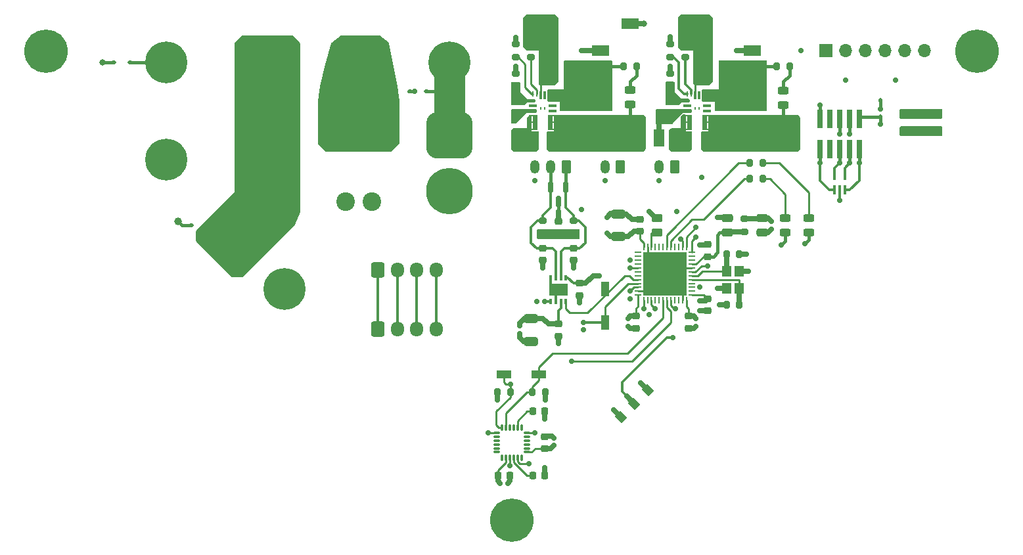
<source format=gbr>
G04 #@! TF.GenerationSoftware,KiCad,Pcbnew,8.0.1-rc2-202403101705~c0fd138706~ubuntu22.04.1*
G04 #@! TF.CreationDate,2024-03-11T22:08:15-04:00*
G04 #@! TF.ProjectId,Balance_Controller,42616c61-6e63-4655-9f43-6f6e74726f6c,rev?*
G04 #@! TF.SameCoordinates,Original*
G04 #@! TF.FileFunction,Copper,L1,Top*
G04 #@! TF.FilePolarity,Positive*
%FSLAX46Y46*%
G04 Gerber Fmt 4.6, Leading zero omitted, Abs format (unit mm)*
G04 Created by KiCad (PCBNEW 8.0.1-rc2-202403101705~c0fd138706~ubuntu22.04.1) date 2024-03-11 22:08:15*
%MOMM*%
%LPD*%
G01*
G04 APERTURE LIST*
G04 Aperture macros list*
%AMRoundRect*
0 Rectangle with rounded corners*
0 $1 Rounding radius*
0 $2 $3 $4 $5 $6 $7 $8 $9 X,Y pos of 4 corners*
0 Add a 4 corners polygon primitive as box body*
4,1,4,$2,$3,$4,$5,$6,$7,$8,$9,$2,$3,0*
0 Add four circle primitives for the rounded corners*
1,1,$1+$1,$2,$3*
1,1,$1+$1,$4,$5*
1,1,$1+$1,$6,$7*
1,1,$1+$1,$8,$9*
0 Add four rect primitives between the rounded corners*
20,1,$1+$1,$2,$3,$4,$5,0*
20,1,$1+$1,$4,$5,$6,$7,0*
20,1,$1+$1,$6,$7,$8,$9,0*
20,1,$1+$1,$8,$9,$2,$3,0*%
%AMRotRect*
0 Rectangle, with rotation*
0 The origin of the aperture is its center*
0 $1 length*
0 $2 width*
0 $3 Rotation angle, in degrees counterclockwise*
0 Add horizontal line*
21,1,$1,$2,0,0,$3*%
G04 Aperture macros list end*
G04 #@! TA.AperFunction,EtchedComponent*
%ADD10C,0.000000*%
G04 #@! TD*
G04 #@! TA.AperFunction,SMDPad,CuDef*
%ADD11RoundRect,0.200000X-0.275000X0.200000X-0.275000X-0.200000X0.275000X-0.200000X0.275000X0.200000X0*%
G04 #@! TD*
G04 #@! TA.AperFunction,SMDPad,CuDef*
%ADD12RoundRect,0.250000X0.475000X-0.250000X0.475000X0.250000X-0.475000X0.250000X-0.475000X-0.250000X0*%
G04 #@! TD*
G04 #@! TA.AperFunction,SMDPad,CuDef*
%ADD13RoundRect,0.225000X-0.225000X-0.250000X0.225000X-0.250000X0.225000X0.250000X-0.225000X0.250000X0*%
G04 #@! TD*
G04 #@! TA.AperFunction,SMDPad,CuDef*
%ADD14RoundRect,0.250000X0.450000X-0.262500X0.450000X0.262500X-0.450000X0.262500X-0.450000X-0.262500X0*%
G04 #@! TD*
G04 #@! TA.AperFunction,SMDPad,CuDef*
%ADD15RoundRect,0.250000X1.100000X-0.325000X1.100000X0.325000X-1.100000X0.325000X-1.100000X-0.325000X0*%
G04 #@! TD*
G04 #@! TA.AperFunction,ComponentPad*
%ADD16RoundRect,0.250000X-0.600000X-0.725000X0.600000X-0.725000X0.600000X0.725000X-0.600000X0.725000X0*%
G04 #@! TD*
G04 #@! TA.AperFunction,ComponentPad*
%ADD17O,1.700000X1.950000*%
G04 #@! TD*
G04 #@! TA.AperFunction,SMDPad,CuDef*
%ADD18RoundRect,0.243750X-0.456250X0.243750X-0.456250X-0.243750X0.456250X-0.243750X0.456250X0.243750X0*%
G04 #@! TD*
G04 #@! TA.AperFunction,SMDPad,CuDef*
%ADD19R,0.812800X0.254000*%
G04 #@! TD*
G04 #@! TA.AperFunction,SMDPad,CuDef*
%ADD20R,1.092200X0.304800*%
G04 #@! TD*
G04 #@! TA.AperFunction,SMDPad,CuDef*
%ADD21R,0.508000X0.254000*%
G04 #@! TD*
G04 #@! TA.AperFunction,SMDPad,CuDef*
%ADD22R,0.711200X0.254000*%
G04 #@! TD*
G04 #@! TA.AperFunction,SMDPad,CuDef*
%ADD23R,0.254000X0.711200*%
G04 #@! TD*
G04 #@! TA.AperFunction,SMDPad,CuDef*
%ADD24R,0.304800X1.092200*%
G04 #@! TD*
G04 #@! TA.AperFunction,SMDPad,CuDef*
%ADD25R,0.254000X0.406400*%
G04 #@! TD*
G04 #@! TA.AperFunction,ComponentPad*
%ADD26C,5.400000*%
G04 #@! TD*
G04 #@! TA.AperFunction,SMDPad,CuDef*
%ADD27R,2.300000X1.400000*%
G04 #@! TD*
G04 #@! TA.AperFunction,SMDPad,CuDef*
%ADD28RotRect,1.000000X1.200000X45.000000*%
G04 #@! TD*
G04 #@! TA.AperFunction,ComponentPad*
%ADD29C,5.600000*%
G04 #@! TD*
G04 #@! TA.AperFunction,SMDPad,CuDef*
%ADD30R,0.350000X0.650000*%
G04 #@! TD*
G04 #@! TA.AperFunction,SMDPad,CuDef*
%ADD31R,2.400000X1.550000*%
G04 #@! TD*
G04 #@! TA.AperFunction,ComponentPad*
%ADD32C,2.400000*%
G04 #@! TD*
G04 #@! TA.AperFunction,SMDPad,CuDef*
%ADD33RoundRect,0.225000X-0.250000X0.225000X-0.250000X-0.225000X0.250000X-0.225000X0.250000X0.225000X0*%
G04 #@! TD*
G04 #@! TA.AperFunction,SMDPad,CuDef*
%ADD34RoundRect,0.250000X-0.325000X-1.100000X0.325000X-1.100000X0.325000X1.100000X-0.325000X1.100000X0*%
G04 #@! TD*
G04 #@! TA.AperFunction,SMDPad,CuDef*
%ADD35RoundRect,0.200000X0.200000X0.275000X-0.200000X0.275000X-0.200000X-0.275000X0.200000X-0.275000X0*%
G04 #@! TD*
G04 #@! TA.AperFunction,SMDPad,CuDef*
%ADD36RoundRect,0.112500X-0.112500X0.187500X-0.112500X-0.187500X0.112500X-0.187500X0.112500X0.187500X0*%
G04 #@! TD*
G04 #@! TA.AperFunction,SMDPad,CuDef*
%ADD37RoundRect,0.200000X0.275000X-0.200000X0.275000X0.200000X-0.275000X0.200000X-0.275000X-0.200000X0*%
G04 #@! TD*
G04 #@! TA.AperFunction,SMDPad,CuDef*
%ADD38R,1.400000X2.300000*%
G04 #@! TD*
G04 #@! TA.AperFunction,SMDPad,CuDef*
%ADD39RoundRect,0.250000X-0.475000X0.250000X-0.475000X-0.250000X0.475000X-0.250000X0.475000X0.250000X0*%
G04 #@! TD*
G04 #@! TA.AperFunction,SMDPad,CuDef*
%ADD40R,1.950000X1.100000*%
G04 #@! TD*
G04 #@! TA.AperFunction,SMDPad,CuDef*
%ADD41RoundRect,0.112500X-0.187500X-0.112500X0.187500X-0.112500X0.187500X0.112500X-0.187500X0.112500X0*%
G04 #@! TD*
G04 #@! TA.AperFunction,SMDPad,CuDef*
%ADD42RoundRect,0.075000X-0.350000X-0.075000X0.350000X-0.075000X0.350000X0.075000X-0.350000X0.075000X0*%
G04 #@! TD*
G04 #@! TA.AperFunction,SMDPad,CuDef*
%ADD43RoundRect,0.075000X0.075000X-0.350000X0.075000X0.350000X-0.075000X0.350000X-0.075000X-0.350000X0*%
G04 #@! TD*
G04 #@! TA.AperFunction,SMDPad,CuDef*
%ADD44R,0.400000X1.200000*%
G04 #@! TD*
G04 #@! TA.AperFunction,SMDPad,CuDef*
%ADD45RoundRect,0.225000X0.250000X-0.225000X0.250000X0.225000X-0.250000X0.225000X-0.250000X-0.225000X0*%
G04 #@! TD*
G04 #@! TA.AperFunction,SMDPad,CuDef*
%ADD46R,1.100000X1.950000*%
G04 #@! TD*
G04 #@! TA.AperFunction,SMDPad,CuDef*
%ADD47RoundRect,0.243750X0.456250X-0.243750X0.456250X0.243750X-0.456250X0.243750X-0.456250X-0.243750X0*%
G04 #@! TD*
G04 #@! TA.AperFunction,ComponentPad*
%ADD48RoundRect,1.500000X-1.500000X1.500000X-1.500000X-1.500000X1.500000X-1.500000X1.500000X1.500000X0*%
G04 #@! TD*
G04 #@! TA.AperFunction,ComponentPad*
%ADD49C,6.000000*%
G04 #@! TD*
G04 #@! TA.AperFunction,SMDPad,CuDef*
%ADD50R,1.200000X1.400000*%
G04 #@! TD*
G04 #@! TA.AperFunction,SMDPad,CuDef*
%ADD51RoundRect,0.200000X-0.200000X-0.275000X0.200000X-0.275000X0.200000X0.275000X-0.200000X0.275000X0*%
G04 #@! TD*
G04 #@! TA.AperFunction,SMDPad,CuDef*
%ADD52RoundRect,0.062500X0.375000X0.062500X-0.375000X0.062500X-0.375000X-0.062500X0.375000X-0.062500X0*%
G04 #@! TD*
G04 #@! TA.AperFunction,SMDPad,CuDef*
%ADD53RoundRect,0.062500X0.062500X0.375000X-0.062500X0.375000X-0.062500X-0.375000X0.062500X-0.375000X0*%
G04 #@! TD*
G04 #@! TA.AperFunction,HeatsinkPad*
%ADD54R,5.600000X5.600000*%
G04 #@! TD*
G04 #@! TA.AperFunction,SMDPad,CuDef*
%ADD55R,0.740000X2.400000*%
G04 #@! TD*
G04 #@! TA.AperFunction,ComponentPad*
%ADD56R,1.700000X1.700000*%
G04 #@! TD*
G04 #@! TA.AperFunction,ComponentPad*
%ADD57O,1.700000X1.700000*%
G04 #@! TD*
G04 #@! TA.AperFunction,SMDPad,CuDef*
%ADD58RoundRect,0.250000X-0.650000X0.325000X-0.650000X-0.325000X0.650000X-0.325000X0.650000X0.325000X0*%
G04 #@! TD*
G04 #@! TA.AperFunction,SMDPad,CuDef*
%ADD59RoundRect,0.250000X0.650000X-0.325000X0.650000X0.325000X-0.650000X0.325000X-0.650000X-0.325000X0*%
G04 #@! TD*
G04 #@! TA.AperFunction,SMDPad,CuDef*
%ADD60R,1.000000X0.700000*%
G04 #@! TD*
G04 #@! TA.AperFunction,SMDPad,CuDef*
%ADD61RoundRect,0.150000X-0.150000X0.587500X-0.150000X-0.587500X0.150000X-0.587500X0.150000X0.587500X0*%
G04 #@! TD*
G04 #@! TA.AperFunction,ComponentPad*
%ADD62RoundRect,0.250000X0.350000X0.625000X-0.350000X0.625000X-0.350000X-0.625000X0.350000X-0.625000X0*%
G04 #@! TD*
G04 #@! TA.AperFunction,ComponentPad*
%ADD63O,1.200000X1.750000*%
G04 #@! TD*
G04 #@! TA.AperFunction,ViaPad*
%ADD64C,0.700000*%
G04 #@! TD*
G04 #@! TA.AperFunction,ViaPad*
%ADD65C,0.800000*%
G04 #@! TD*
G04 #@! TA.AperFunction,ViaPad*
%ADD66C,1.000000*%
G04 #@! TD*
G04 #@! TA.AperFunction,Conductor*
%ADD67C,0.250000*%
G04 #@! TD*
G04 #@! TA.AperFunction,Conductor*
%ADD68C,0.400000*%
G04 #@! TD*
G04 #@! TA.AperFunction,Conductor*
%ADD69C,0.700000*%
G04 #@! TD*
G04 #@! TA.AperFunction,Conductor*
%ADD70C,0.300000*%
G04 #@! TD*
G04 #@! TA.AperFunction,Conductor*
%ADD71C,4.000000*%
G04 #@! TD*
G04 APERTURE END LIST*
D10*
G04 #@! TA.AperFunction,EtchedComponent*
G36*
X102792000Y-36727000D02*
G01*
X102208000Y-36727000D01*
X102208000Y-34773000D01*
X102792000Y-34773000D01*
X102792000Y-36727000D01*
G37*
G04 #@! TD.AperFunction*
G04 #@! TA.AperFunction,EtchedComponent*
G36*
X104792000Y-36727000D02*
G01*
X104208000Y-36727000D01*
X104208000Y-34773000D01*
X104792000Y-34773000D01*
X104792000Y-36727000D01*
G37*
G04 #@! TD.AperFunction*
G04 #@! TA.AperFunction,EtchedComponent*
G36*
X122692000Y-36727000D02*
G01*
X122108000Y-36727000D01*
X122108000Y-34773000D01*
X122692000Y-34773000D01*
X122692000Y-36727000D01*
G37*
G04 #@! TD.AperFunction*
G04 #@! TA.AperFunction,EtchedComponent*
G36*
X124692000Y-36727000D02*
G01*
X124108000Y-36727000D01*
X124108000Y-34773000D01*
X124692000Y-34773000D01*
X124692000Y-36727000D01*
G37*
G04 #@! TD.AperFunction*
D11*
X100000000Y-29425000D03*
X100000000Y-31075000D03*
D12*
X127250000Y-49950000D03*
X127250000Y-48050000D03*
D13*
X102225000Y-81250000D03*
X103775000Y-81250000D03*
D14*
X118250000Y-49912500D03*
X118250000Y-48087500D03*
D15*
X111000000Y-36475000D03*
X111000000Y-33525000D03*
D16*
X82250000Y-54750000D03*
D17*
X84750000Y-54750000D03*
X87250000Y-54750000D03*
X89750000Y-54750000D03*
D18*
X134500000Y-31625000D03*
X134500000Y-33500000D03*
D19*
X102106000Y-32950000D03*
D20*
X102246000Y-33599999D03*
X102246000Y-34250000D03*
D21*
X101954000Y-34900000D03*
X101954000Y-35750001D03*
X101954000Y-36600000D03*
X105046000Y-36600000D03*
X105046000Y-35750001D03*
X105046000Y-34900000D03*
D20*
X104754000Y-34250000D03*
X104754000Y-33599999D03*
D22*
X104944000Y-32950000D03*
D23*
X104750000Y-32056000D03*
X104250001Y-32056000D03*
D24*
X103750000Y-32246000D03*
X103250000Y-32246000D03*
D23*
X102749999Y-32056000D03*
X102250000Y-32056000D03*
D25*
X103250000Y-33925000D03*
X103750000Y-33925000D03*
D26*
X55000000Y-28000000D03*
X91500000Y-28000000D03*
D27*
X130540000Y-26500000D03*
D28*
X113529111Y-73764645D03*
X115296878Y-71996878D03*
X117064645Y-70229111D03*
D15*
X127400000Y-36475000D03*
X127400000Y-33525000D03*
D29*
X159500000Y-26542136D03*
D30*
X104525000Y-58850000D03*
X105175000Y-58850000D03*
X105825000Y-58850000D03*
X106475000Y-58850000D03*
X106475000Y-55750000D03*
X105825000Y-55750000D03*
X105175000Y-55750000D03*
X104525000Y-55750000D03*
D31*
X105500000Y-57300000D03*
D32*
X81500000Y-45920000D03*
X78100000Y-45920000D03*
X81500000Y-36000000D03*
X78100000Y-36000000D03*
D11*
X119900000Y-29425000D03*
X119900000Y-31075000D03*
D33*
X105500000Y-48475000D03*
X105500000Y-50025000D03*
X107500000Y-51975000D03*
X107500000Y-53525000D03*
D11*
X102000000Y-25675000D03*
X102000000Y-27325000D03*
D34*
X104025000Y-29500000D03*
X106975000Y-29500000D03*
D35*
X115575000Y-28500000D03*
X113925000Y-28500000D03*
D36*
X147000000Y-32900000D03*
X147000000Y-35000000D03*
D26*
X70250000Y-57250000D03*
D35*
X135325000Y-28500000D03*
X133675000Y-28500000D03*
D37*
X119900000Y-27325000D03*
X119900000Y-25675000D03*
D13*
X97725000Y-81250000D03*
X99275000Y-81250000D03*
D38*
X118500000Y-37750000D03*
D11*
X103500000Y-48425000D03*
X103500000Y-50075000D03*
D39*
X131750000Y-48050000D03*
X131750000Y-49950000D03*
D29*
X99500000Y-87000000D03*
D19*
X122006000Y-32950000D03*
D20*
X122146000Y-33599999D03*
X122146000Y-34250000D03*
D21*
X121854000Y-34900000D03*
X121854000Y-35750001D03*
X121854000Y-36600000D03*
X124946000Y-36600000D03*
X124946000Y-35750001D03*
X124946000Y-34900000D03*
D20*
X124654000Y-34250000D03*
X124654000Y-33599999D03*
D22*
X124844000Y-32950000D03*
D23*
X124650000Y-32056000D03*
X124150001Y-32056000D03*
D24*
X123650000Y-32246000D03*
X123150000Y-32246000D03*
D23*
X122649999Y-32056000D03*
X122150000Y-32056000D03*
D25*
X123150000Y-33925000D03*
X123650000Y-33925000D03*
D40*
X103000000Y-68250000D03*
D41*
X86400000Y-31750000D03*
X88500000Y-31750000D03*
D11*
X100000000Y-32925000D03*
X100000000Y-34575000D03*
D42*
X97550000Y-75750000D03*
X97550000Y-76250000D03*
X97550000Y-76750000D03*
X97550000Y-77250000D03*
X97550000Y-77750000D03*
X97550000Y-78250000D03*
D43*
X98250000Y-78950000D03*
X98750000Y-78950000D03*
X99250000Y-78950000D03*
X99750000Y-78950000D03*
X100250000Y-78950000D03*
X100750000Y-78950000D03*
D42*
X101450000Y-78250000D03*
X101450000Y-77750000D03*
X101450000Y-77250000D03*
X101450000Y-76750000D03*
X101450000Y-76250000D03*
X101450000Y-75750000D03*
D43*
X100750000Y-75050000D03*
X100250000Y-75050000D03*
X99750000Y-75050000D03*
X99250000Y-75050000D03*
X98750000Y-75050000D03*
X98250000Y-75050000D03*
D44*
X141100000Y-44450000D03*
X141750000Y-44450000D03*
X142400000Y-44450000D03*
X142400000Y-42550000D03*
X141100000Y-42550000D03*
D45*
X105500000Y-63275000D03*
X105500000Y-61725000D03*
D37*
X100000000Y-27325000D03*
X100000000Y-25675000D03*
D46*
X111500000Y-61500000D03*
D47*
X137750000Y-49937500D03*
X137750000Y-48062500D03*
D46*
X111500000Y-57250000D03*
D26*
X68000000Y-28000000D03*
D48*
X91500000Y-37420000D03*
D49*
X91500000Y-44620000D03*
D45*
X108250000Y-58025000D03*
X108250000Y-56475000D03*
D33*
X103500000Y-51975000D03*
X103500000Y-53525000D03*
D26*
X63750000Y-50750000D03*
D13*
X102200000Y-73000000D03*
X103750000Y-73000000D03*
D50*
X128800000Y-57100000D03*
X128800000Y-54900000D03*
X127200000Y-54900000D03*
X127200000Y-57100000D03*
D51*
X130175000Y-41000000D03*
X131825000Y-41000000D03*
D11*
X121900000Y-25675000D03*
X121900000Y-27325000D03*
D35*
X128825000Y-59250000D03*
X127175000Y-59250000D03*
D45*
X124750000Y-53025000D03*
X124750000Y-51475000D03*
D52*
X122687500Y-58000000D03*
X122687500Y-57500000D03*
X122687500Y-57000000D03*
X122687500Y-56500000D03*
X122687500Y-56000000D03*
X122687500Y-55500000D03*
X122687500Y-55000000D03*
X122687500Y-54500000D03*
X122687500Y-54000000D03*
X122687500Y-53500000D03*
X122687500Y-53000000D03*
X122687500Y-52500000D03*
D53*
X122000000Y-51812500D03*
X121500000Y-51812500D03*
X121000000Y-51812500D03*
X120500000Y-51812500D03*
X120000000Y-51812500D03*
X119500000Y-51812500D03*
X119000000Y-51812500D03*
X118500000Y-51812500D03*
X118000000Y-51812500D03*
X117500000Y-51812500D03*
X117000000Y-51812500D03*
X116500000Y-51812500D03*
D52*
X115812500Y-52500000D03*
X115812500Y-53000000D03*
X115812500Y-53500000D03*
X115812500Y-54000000D03*
X115812500Y-54500000D03*
X115812500Y-55000000D03*
X115812500Y-55500000D03*
X115812500Y-56000000D03*
X115812500Y-56500000D03*
X115812500Y-57000000D03*
X115812500Y-57500000D03*
X115812500Y-58000000D03*
D53*
X116500000Y-58687500D03*
X117000000Y-58687500D03*
X117500000Y-58687500D03*
X118000000Y-58687500D03*
X118500000Y-58687500D03*
X119000000Y-58687500D03*
X119500000Y-58687500D03*
X120000000Y-58687500D03*
X120500000Y-58687500D03*
X121000000Y-58687500D03*
X121500000Y-58687500D03*
X122000000Y-58687500D03*
D54*
X119250000Y-55250000D03*
D35*
X99325000Y-70500000D03*
X97675000Y-70500000D03*
D37*
X129500000Y-49825000D03*
X129500000Y-48175000D03*
D55*
X144290000Y-35300000D03*
X144290000Y-39200000D03*
X143020000Y-35300000D03*
X143020000Y-39200000D03*
X141750000Y-35300000D03*
X141750000Y-39200000D03*
X140480000Y-35300000D03*
X140480000Y-39200000D03*
X139210000Y-35300000D03*
X139210000Y-39200000D03*
D18*
X114750000Y-31562500D03*
X114750000Y-33437500D03*
D40*
X98500000Y-68250000D03*
D15*
X107500000Y-36475000D03*
X107500000Y-33525000D03*
D51*
X130175000Y-43000000D03*
X131825000Y-43000000D03*
D56*
X140000000Y-26500000D03*
D57*
X142540000Y-26500000D03*
X145080000Y-26500000D03*
X147620000Y-26500000D03*
X150160000Y-26500000D03*
X152700000Y-26500000D03*
D34*
X123950000Y-29500000D03*
X126900000Y-29500000D03*
D37*
X107500000Y-50075000D03*
X107500000Y-48425000D03*
D51*
X127175000Y-52750000D03*
X128825000Y-52750000D03*
D58*
X102000000Y-61025000D03*
X102000000Y-63975000D03*
D51*
X102175000Y-70500000D03*
X103825000Y-70500000D03*
D47*
X134750000Y-49937500D03*
X134750000Y-48062500D03*
D26*
X55000000Y-40500000D03*
D33*
X115500000Y-60725000D03*
X115500000Y-62275000D03*
D45*
X116000000Y-49775000D03*
X116000000Y-48225000D03*
D41*
X58200000Y-49000000D03*
X60300000Y-49000000D03*
D27*
X114750000Y-23000000D03*
D41*
X48200000Y-28000000D03*
X50300000Y-28000000D03*
D15*
X130900000Y-36475000D03*
X130900000Y-33525000D03*
D59*
X113250000Y-50475000D03*
X113250000Y-47525000D03*
D11*
X119900000Y-32900000D03*
X119900000Y-34550000D03*
D60*
X150000000Y-34675000D03*
X154500000Y-34675000D03*
X150000000Y-36825000D03*
X154500000Y-36825000D03*
D27*
X110960000Y-26500000D03*
D45*
X103750000Y-77775000D03*
X103750000Y-76225000D03*
D33*
X124750000Y-58475000D03*
X124750000Y-60025000D03*
D61*
X106450000Y-44062500D03*
X104550000Y-44062500D03*
X105500000Y-45937500D03*
D29*
X39500000Y-26542136D03*
D33*
X122250000Y-60725000D03*
X122250000Y-62275000D03*
D26*
X80000000Y-28000000D03*
D16*
X82250000Y-62420000D03*
D17*
X84750000Y-62420000D03*
X87250000Y-62420000D03*
X89750000Y-62420000D03*
D62*
X120500000Y-41500000D03*
D63*
X118500000Y-41500000D03*
D62*
X113500000Y-41500000D03*
D63*
X111500000Y-41500000D03*
D62*
X106500000Y-41500000D03*
D63*
X104500000Y-41500000D03*
X102500000Y-41500000D03*
D64*
X121650000Y-24250000D03*
X103250000Y-22750000D03*
X103250000Y-24250000D03*
X121650000Y-22750000D03*
X104750000Y-22750000D03*
X124650000Y-22750000D03*
X101750000Y-22750000D03*
D65*
X116500000Y-23000000D03*
D64*
X104750000Y-24250000D03*
X124650000Y-24250000D03*
X123150000Y-22750000D03*
X123150000Y-24250000D03*
X101750000Y-24250000D03*
X103500000Y-54500000D03*
X143020000Y-37250000D03*
X120900000Y-34400000D03*
X119900000Y-35500000D03*
X111500000Y-43250000D03*
X131650000Y-30250000D03*
X123750000Y-51500000D03*
D65*
X46800000Y-28000000D03*
D64*
X117850000Y-53900000D03*
X117250000Y-60500000D03*
X102500000Y-43250000D03*
X129750000Y-52750000D03*
X111750000Y-48000000D03*
X101000000Y-34400000D03*
X126000000Y-57100000D03*
X106250000Y-57300000D03*
X153250000Y-36750000D03*
X107500000Y-54500000D03*
X110100000Y-32000000D03*
X114750000Y-58500000D03*
X151250000Y-36750000D03*
X128500000Y-32000000D03*
X120650000Y-53900000D03*
X142500000Y-30250000D03*
X128500000Y-30250000D03*
X111750000Y-30250000D03*
X107000000Y-32000000D03*
X103750000Y-80250000D03*
X111750000Y-28500000D03*
X101750000Y-79750000D03*
X111750000Y-32000000D03*
X126250000Y-59250000D03*
X100000000Y-24750000D03*
X110100000Y-28500000D03*
X99800000Y-35500000D03*
X130000000Y-30250000D03*
X141750000Y-45750000D03*
X96500000Y-75750000D03*
X119900000Y-24700000D03*
X105500000Y-47250000D03*
X87000000Y-31750000D03*
X147000000Y-34000000D03*
X120650000Y-56700000D03*
X99250000Y-80000000D03*
X128500000Y-28500000D03*
X134250000Y-51500000D03*
X103750000Y-74000000D03*
X117850000Y-56700000D03*
X108500000Y-47000000D03*
X123750000Y-57000000D03*
X124000000Y-42800000D03*
X137250000Y-51350000D03*
X130000000Y-32000000D03*
D66*
X56500000Y-48500000D03*
D64*
X114750000Y-53500000D03*
X104900000Y-76400000D03*
X117250000Y-47250000D03*
X149000000Y-30250000D03*
X119250000Y-55300000D03*
X108500000Y-28500000D03*
X131650000Y-32000000D03*
X108750000Y-62500000D03*
X102750000Y-58850000D03*
X108500000Y-32000000D03*
X104750000Y-57300000D03*
X118500000Y-35500000D03*
X130000000Y-28500000D03*
X139210000Y-33500000D03*
X123250000Y-62000000D03*
X133000000Y-49500000D03*
X141750000Y-37250000D03*
X110100000Y-30250000D03*
X105500000Y-64250000D03*
X126000000Y-48000000D03*
X130000000Y-54900000D03*
X126900000Y-32000000D03*
X99000000Y-82250000D03*
X108500000Y-30250000D03*
X100500000Y-63000000D03*
X112600000Y-72800000D03*
X118500000Y-43250000D03*
X114500000Y-62000000D03*
X123750000Y-60000000D03*
X131500000Y-28500000D03*
X102500000Y-75750000D03*
X123250000Y-61000000D03*
X110750000Y-55500000D03*
X123750000Y-58750000D03*
X133250000Y-35500000D03*
X134500000Y-38500000D03*
X120750000Y-47250000D03*
X133250000Y-38500000D03*
X97675000Y-71500000D03*
X135750000Y-37000000D03*
X128500000Y-26500000D03*
X111750000Y-50000000D03*
X133000000Y-48500000D03*
X134500000Y-35500000D03*
X114500000Y-61000000D03*
X119900000Y-28500000D03*
X103825000Y-71500000D03*
X104900000Y-77400000D03*
X116100000Y-69300000D03*
X98000000Y-82250000D03*
X135750000Y-38500000D03*
X147000000Y-36000000D03*
X134500000Y-37000000D03*
X133250000Y-37000000D03*
X135750000Y-35500000D03*
X114750000Y-37000000D03*
X100000000Y-28500000D03*
X100500000Y-61949997D03*
X113500000Y-38500000D03*
X113500000Y-37000000D03*
X114750000Y-35500000D03*
X136750000Y-26500000D03*
X116000000Y-38500000D03*
X116000000Y-37000000D03*
X108250000Y-59000000D03*
X108500000Y-26500000D03*
X116000000Y-35500000D03*
X113500000Y-35500000D03*
X114750000Y-38500000D03*
X151250000Y-34750000D03*
X153250000Y-34750000D03*
X139210000Y-41000000D03*
X124750000Y-54225000D03*
D66*
X68000000Y-33500000D03*
X71000000Y-36750000D03*
X68000000Y-43250000D03*
X71000000Y-43250000D03*
X68000000Y-36750000D03*
X65250000Y-36750000D03*
X65250000Y-40000000D03*
X71000000Y-33500000D03*
X68000000Y-40000000D03*
X71000000Y-40000000D03*
X65250000Y-33500000D03*
X65250000Y-43250000D03*
D64*
X114750000Y-54500000D03*
X121250000Y-50750000D03*
X141750000Y-41000000D03*
X118000000Y-59750000D03*
X144290000Y-41000000D03*
X114750000Y-57500000D03*
X116500000Y-59750000D03*
X143020000Y-41000000D03*
X123250000Y-49250000D03*
X123250000Y-50500000D03*
X99325000Y-69500000D03*
X107250000Y-66500000D03*
X120587370Y-59750000D03*
X120250000Y-63500000D03*
X108750000Y-61500000D03*
X103750000Y-58850000D03*
X102250000Y-37750000D03*
X100250000Y-37750000D03*
X102250000Y-38750000D03*
X100250000Y-38750000D03*
X120500000Y-38750000D03*
X122000000Y-38750000D03*
X120500000Y-37750000D03*
X122000000Y-37750000D03*
D66*
X82250000Y-32000000D03*
X75500000Y-37750000D03*
X79750000Y-38500000D03*
X84000000Y-34000000D03*
X79750000Y-34000000D03*
X75500000Y-34000000D03*
X84000000Y-37750000D03*
X77500000Y-32000000D03*
D67*
X103250000Y-30275000D02*
X104025000Y-29500000D01*
X103250000Y-32246000D02*
X103250000Y-30275000D01*
X123150000Y-30300000D02*
X123950000Y-29500000D01*
D68*
X50300000Y-28000000D02*
X55000000Y-28000000D01*
D67*
X123150000Y-32246000D02*
X123150000Y-30300000D01*
D69*
X116500000Y-23000000D02*
X114750000Y-23000000D01*
D68*
X105175000Y-57725000D02*
X104750000Y-57300000D01*
D69*
X128825000Y-52750000D02*
X129750000Y-52750000D01*
X130000000Y-54900000D02*
X128800000Y-54900000D01*
X104700000Y-76200000D02*
X103775000Y-76200000D01*
X105500000Y-47250000D02*
X105500000Y-48475000D01*
X112250000Y-47500000D02*
X113225000Y-47500000D01*
D68*
X56500000Y-48500000D02*
X57000000Y-49000000D01*
D69*
X100000000Y-25675000D02*
X100000000Y-24750000D01*
D67*
X100250000Y-79442764D02*
X100250000Y-78950000D01*
D69*
X100500000Y-63500000D02*
X101000000Y-64000000D01*
D68*
X143020000Y-35300000D02*
X143020000Y-37250000D01*
D67*
X101750000Y-79750000D02*
X100557236Y-79750000D01*
D69*
X114275000Y-47525000D02*
X114975000Y-48225000D01*
X101000000Y-64000000D02*
X101975000Y-64000000D01*
D68*
X105500000Y-45937500D02*
X105500000Y-47250000D01*
X137750000Y-50850000D02*
X137750000Y-49937500D01*
D67*
X120000000Y-54500000D02*
X119250000Y-55250000D01*
D69*
X127200000Y-57100000D02*
X126000000Y-57100000D01*
X103750000Y-73000000D02*
X103750000Y-74000000D01*
X123750000Y-51500000D02*
X124725000Y-51500000D01*
D68*
X133675000Y-28500000D02*
X131500000Y-28500000D01*
D69*
X100500000Y-63000000D02*
X100500000Y-63500000D01*
X126000000Y-48000000D02*
X127200000Y-48000000D01*
D68*
X57000000Y-49000000D02*
X58200000Y-49000000D01*
D69*
X124725000Y-60000000D02*
X124750000Y-60025000D01*
X114775000Y-62275000D02*
X114500000Y-62000000D01*
X111750000Y-48000000D02*
X112250000Y-47500000D01*
D67*
X122687500Y-54500000D02*
X120000000Y-54500000D01*
D69*
X127175000Y-59250000D02*
X126250000Y-59250000D01*
X123250000Y-62000000D02*
X122975000Y-62275000D01*
D67*
X121500000Y-57500000D02*
X119250000Y-55250000D01*
D69*
X117250000Y-47250000D02*
X118087500Y-48087500D01*
X123750000Y-60000000D02*
X124725000Y-60000000D01*
X103750000Y-81225000D02*
X103775000Y-81250000D01*
D70*
X141750000Y-44450000D02*
X141750000Y-45750000D01*
D69*
X113225000Y-47500000D02*
X113250000Y-47525000D01*
X113250000Y-47525000D02*
X114275000Y-47525000D01*
D68*
X134750000Y-51000000D02*
X134750000Y-49937500D01*
D67*
X117000000Y-51812500D02*
X117000000Y-53000000D01*
D69*
X122975000Y-62275000D02*
X122250000Y-62275000D01*
X103500000Y-53525000D02*
X103500000Y-54500000D01*
X114975000Y-48225000D02*
X116000000Y-48225000D01*
D68*
X141750000Y-35300000D02*
X141750000Y-37250000D01*
D67*
X115812500Y-57500000D02*
X117000000Y-57500000D01*
D69*
X118500000Y-35500000D02*
X118500000Y-36960000D01*
D67*
X99250000Y-78950000D02*
X99250000Y-80000000D01*
D69*
X127200000Y-48000000D02*
X127250000Y-48050000D01*
D67*
X121500000Y-58687500D02*
X121500000Y-57500000D01*
X117000000Y-57500000D02*
X119250000Y-55250000D01*
X117000000Y-53000000D02*
X119250000Y-55250000D01*
D69*
X132550000Y-49950000D02*
X133000000Y-49500000D01*
D67*
X103750000Y-76175000D02*
X103700000Y-76225000D01*
D69*
X103775000Y-76200000D02*
X103750000Y-76225000D01*
D70*
X104525000Y-55750000D02*
X104525000Y-57075000D01*
D68*
X134250000Y-51500000D02*
X134750000Y-51000000D01*
D69*
X131750000Y-49950000D02*
X132550000Y-49950000D01*
X124725000Y-51500000D02*
X124750000Y-51475000D01*
D68*
X147000000Y-32900000D02*
X147000000Y-34000000D01*
X86200000Y-31750000D02*
X87000000Y-31750000D01*
X48200000Y-28000000D02*
X46800000Y-28000000D01*
X139210000Y-35300000D02*
X139210000Y-33500000D01*
D69*
X113529111Y-73729111D02*
X112600000Y-72800000D01*
X103750000Y-80250000D02*
X103750000Y-81225000D01*
D67*
X97550000Y-75750000D02*
X96500000Y-75750000D01*
D69*
X115500000Y-62275000D02*
X114775000Y-62275000D01*
D67*
X101450000Y-75750000D02*
X102500000Y-75750000D01*
X100557236Y-79750000D02*
X100250000Y-79442764D01*
D68*
X137250000Y-51350000D02*
X137750000Y-50850000D01*
X111750000Y-28500000D02*
X113925000Y-28500000D01*
D69*
X105500000Y-64250000D02*
X105500000Y-63275000D01*
D70*
X105175000Y-58850000D02*
X105175000Y-57725000D01*
D69*
X99275000Y-81250000D02*
X99275000Y-81975000D01*
D68*
X104525000Y-57075000D02*
X104750000Y-57300000D01*
D69*
X107500000Y-53525000D02*
X107500000Y-54500000D01*
X119900000Y-25675000D02*
X119900000Y-24700000D01*
X101975000Y-64000000D02*
X102000000Y-63975000D01*
X99275000Y-81975000D02*
X99000000Y-82250000D01*
X104900000Y-76400000D02*
X104700000Y-76200000D01*
X109025000Y-56475000D02*
X108250000Y-56475000D01*
X97725000Y-81250000D02*
X97725000Y-81975000D01*
D68*
X134500000Y-35500000D02*
X134500000Y-33500000D01*
D69*
X110000000Y-55500000D02*
X109025000Y-56475000D01*
D67*
X115500000Y-60725000D02*
X115500000Y-59750000D01*
D69*
X132550000Y-48050000D02*
X133000000Y-48500000D01*
X110750000Y-55500000D02*
X110000000Y-55500000D01*
X104500000Y-77800000D02*
X103775000Y-77800000D01*
D67*
X124275000Y-58000000D02*
X122687500Y-58000000D01*
D69*
X122975000Y-60725000D02*
X122250000Y-60725000D01*
X115500000Y-60725000D02*
X114775000Y-60725000D01*
X103775000Y-77800000D02*
X103750000Y-77775000D01*
X113250000Y-50475000D02*
X114525000Y-50475000D01*
X111750000Y-50000000D02*
X112225000Y-50475000D01*
D67*
X98750000Y-78950000D02*
X98750000Y-79550000D01*
X116500000Y-51812500D02*
X116500000Y-51250000D01*
D68*
X147000000Y-36000000D02*
X147000000Y-35000000D01*
D67*
X101450000Y-78250000D02*
X102050000Y-78250000D01*
X97725000Y-80575000D02*
X97725000Y-81250000D01*
D69*
X119900000Y-29425000D02*
X119900000Y-28500000D01*
D67*
X116000000Y-50750000D02*
X116500000Y-51250000D01*
D69*
X129500000Y-48175000D02*
X131625000Y-48175000D01*
D70*
X106750000Y-55750000D02*
X107475000Y-56475000D01*
D67*
X122000000Y-58687500D02*
X122000000Y-59500000D01*
D69*
X124475000Y-58750000D02*
X124750000Y-58475000D01*
D67*
X102050000Y-78250000D02*
X102525000Y-77775000D01*
D69*
X112225000Y-50475000D02*
X113250000Y-50475000D01*
D68*
X144590000Y-35000000D02*
X144290000Y-35300000D01*
D69*
X123250000Y-61000000D02*
X122975000Y-60725000D01*
X128500000Y-26500000D02*
X130000000Y-26500000D01*
D67*
X98750000Y-79550000D02*
X97725000Y-80575000D01*
D68*
X147000000Y-35000000D02*
X144590000Y-35000000D01*
D69*
X114525000Y-50475000D02*
X115225000Y-49775000D01*
X97675000Y-71500000D02*
X97675000Y-70500000D01*
D67*
X122250000Y-59750000D02*
X122250000Y-60725000D01*
D69*
X114775000Y-60725000D02*
X114500000Y-61000000D01*
D67*
X115812500Y-59437500D02*
X115812500Y-58000000D01*
X115500000Y-59750000D02*
X115812500Y-59437500D01*
D69*
X115225000Y-49775000D02*
X116000000Y-49775000D01*
D67*
X124750000Y-58475000D02*
X124275000Y-58000000D01*
X116000000Y-50750000D02*
X116000000Y-49775000D01*
D69*
X103825000Y-71500000D02*
X103825000Y-70500000D01*
D67*
X122000000Y-59500000D02*
X122250000Y-59750000D01*
D69*
X97725000Y-81975000D02*
X98000000Y-82250000D01*
X123750000Y-58750000D02*
X124475000Y-58750000D01*
D70*
X107475000Y-56475000D02*
X108250000Y-56475000D01*
D69*
X117029111Y-70229111D02*
X116100000Y-69300000D01*
X131625000Y-48175000D02*
X131750000Y-48050000D01*
D70*
X106475000Y-55750000D02*
X106750000Y-55750000D01*
D67*
X102525000Y-77775000D02*
X103750000Y-77775000D01*
D69*
X104900000Y-77400000D02*
X104500000Y-77800000D01*
X131750000Y-48050000D02*
X132550000Y-48050000D01*
X100000000Y-28500000D02*
X100000000Y-29425000D01*
D70*
X105500000Y-60000000D02*
X105500000Y-61725000D01*
D68*
X114750000Y-35500000D02*
X114750000Y-33437500D01*
D69*
X108500000Y-26500000D02*
X110170000Y-26500000D01*
X102000000Y-61025000D02*
X103525000Y-61025000D01*
D70*
X105825000Y-58850000D02*
X105825000Y-59675000D01*
D69*
X103525000Y-61025000D02*
X104225000Y-61725000D01*
X101087499Y-61025000D02*
X102000000Y-61025000D01*
X100500000Y-61949997D02*
X100500000Y-61612499D01*
X104225000Y-61725000D02*
X105500000Y-61725000D01*
X108250000Y-58025000D02*
X108250000Y-59000000D01*
X100500000Y-61612499D02*
X101087499Y-61025000D01*
D70*
X105825000Y-59675000D02*
X105500000Y-60000000D01*
D67*
X119500000Y-50250000D02*
X128750000Y-41000000D01*
X119500000Y-51812500D02*
X119500000Y-50250000D01*
X128750000Y-41000000D02*
X130175000Y-41000000D01*
D69*
X127375000Y-49825000D02*
X127250000Y-49950000D01*
X129500000Y-49825000D02*
X127375000Y-49825000D01*
D67*
X123250000Y-54000000D02*
X124225000Y-53025000D01*
D68*
X124750000Y-53025000D02*
X125475000Y-53025000D01*
X126000000Y-50250000D02*
X126300000Y-49950000D01*
D67*
X122687500Y-54000000D02*
X123250000Y-54000000D01*
D68*
X125475000Y-53025000D02*
X126000000Y-52500000D01*
D67*
X124225000Y-53025000D02*
X124750000Y-53025000D01*
D68*
X126300000Y-49950000D02*
X127250000Y-49950000D01*
X126000000Y-52500000D02*
X126000000Y-50250000D01*
D67*
X128800000Y-56050000D02*
X128800000Y-57100000D01*
X128750000Y-56000000D02*
X128800000Y-56050000D01*
X122687500Y-56000000D02*
X128750000Y-56000000D01*
D69*
X128800000Y-59225000D02*
X128825000Y-59250000D01*
X128800000Y-57100000D02*
X128800000Y-59225000D01*
X127200000Y-52775000D02*
X127175000Y-52750000D01*
D67*
X123500000Y-55500000D02*
X124100000Y-54900000D01*
X124100000Y-54900000D02*
X127200000Y-54900000D01*
X122687500Y-55500000D02*
X123500000Y-55500000D01*
D69*
X127200000Y-54900000D02*
X127200000Y-52775000D01*
D67*
X117625000Y-49912500D02*
X118500000Y-49912500D01*
X117500000Y-51812500D02*
X117500000Y-50037500D01*
X117500000Y-50037500D02*
X117625000Y-49912500D01*
X123949740Y-54225000D02*
X123174740Y-55000000D01*
X123174740Y-55000000D02*
X122687500Y-55000000D01*
D70*
X140450000Y-44450000D02*
X139210000Y-43210000D01*
D67*
X124750000Y-54225000D02*
X123949740Y-54225000D01*
D70*
X141100000Y-44450000D02*
X140450000Y-44450000D01*
X139210000Y-43210000D02*
X139210000Y-41000000D01*
D68*
X139210000Y-39200000D02*
X139210000Y-41000000D01*
X104550000Y-41550000D02*
X104500000Y-41500000D01*
D70*
X102725000Y-51975000D02*
X103500000Y-51975000D01*
X104550000Y-46700000D02*
X103500000Y-47750000D01*
X103500000Y-47750000D02*
X103500000Y-48425000D01*
D68*
X104550000Y-44062500D02*
X104550000Y-41550000D01*
D70*
X102825000Y-48425000D02*
X102000000Y-49250000D01*
X103500000Y-48425000D02*
X102825000Y-48425000D01*
X104550000Y-44062500D02*
X104550000Y-46700000D01*
X105175000Y-55750000D02*
X105175000Y-52425000D01*
X102000000Y-51250000D02*
X102725000Y-51975000D01*
X102000000Y-49250000D02*
X102000000Y-51250000D01*
X105175000Y-52425000D02*
X104725000Y-51975000D01*
X104725000Y-51975000D02*
X103500000Y-51975000D01*
D67*
X101500000Y-73000000D02*
X102200000Y-73000000D01*
X100250000Y-74250000D02*
X101500000Y-73000000D01*
X100250000Y-75050000D02*
X100250000Y-74250000D01*
D70*
X107500000Y-48425000D02*
X108175000Y-48425000D01*
D68*
X106450000Y-44062500D02*
X106450000Y-41550000D01*
D70*
X105825000Y-52425000D02*
X106275000Y-51975000D01*
X108175000Y-48425000D02*
X109000000Y-49250000D01*
X109000000Y-51250000D02*
X108275000Y-51975000D01*
X109000000Y-49250000D02*
X109000000Y-51250000D01*
X106450000Y-44062500D02*
X106450000Y-46700000D01*
X108275000Y-51975000D02*
X107500000Y-51975000D01*
X106450000Y-46700000D02*
X107500000Y-47750000D01*
D68*
X106450000Y-41550000D02*
X106500000Y-41500000D01*
D70*
X106275000Y-51975000D02*
X107500000Y-51975000D01*
X107500000Y-47750000D02*
X107500000Y-48425000D01*
X105825000Y-55750000D02*
X105825000Y-52425000D01*
D67*
X99750000Y-79579160D02*
X99750000Y-78950000D01*
X101420840Y-81250000D02*
X99750000Y-79579160D01*
X102225000Y-81250000D02*
X101420840Y-81250000D01*
X134000000Y-41000000D02*
X137750000Y-44750000D01*
X131825000Y-41000000D02*
X134000000Y-41000000D01*
X137750000Y-44750000D02*
X137750000Y-48062500D01*
D68*
X134500000Y-31625000D02*
X134500000Y-30500000D01*
X134500000Y-30500000D02*
X135325000Y-29675000D01*
X135325000Y-29675000D02*
X135325000Y-28500000D01*
X114750000Y-30500000D02*
X115575000Y-29675000D01*
X114750000Y-31562500D02*
X114750000Y-30500000D01*
X115575000Y-29675000D02*
X115575000Y-28500000D01*
X88500000Y-31750000D02*
X91500000Y-31750000D01*
D71*
X91500000Y-28000000D02*
X91500000Y-31750000D01*
X91500000Y-31750000D02*
X91500000Y-37420000D01*
D67*
X131825000Y-43000000D02*
X132750000Y-43000000D01*
X132750000Y-43000000D02*
X134750000Y-45000000D01*
X134750000Y-45000000D02*
X134750000Y-48062500D01*
X115812500Y-54500000D02*
X114750000Y-54500000D01*
X121250000Y-50750000D02*
X121500000Y-51000000D01*
X121500000Y-51000000D02*
X121500000Y-51812500D01*
D70*
X84750000Y-62420000D02*
X84750000Y-54750000D01*
D68*
X141750000Y-39200000D02*
X141750000Y-41000000D01*
D70*
X141100000Y-41650000D02*
X141750000Y-41000000D01*
D67*
X117500000Y-59250000D02*
X117500000Y-58687500D01*
X118000000Y-59750000D02*
X117500000Y-59250000D01*
D70*
X141100000Y-42150000D02*
X141100000Y-41650000D01*
X141100000Y-42550000D02*
X141100000Y-41650000D01*
X142400000Y-44450000D02*
X143050000Y-44450000D01*
X144290000Y-43210000D02*
X144290000Y-41000000D01*
X143050000Y-44450000D02*
X144290000Y-43210000D01*
D68*
X144290000Y-39200000D02*
X144290000Y-41000000D01*
D67*
X115250000Y-57000000D02*
X115812500Y-57000000D01*
X114750000Y-57500000D02*
X115250000Y-57000000D01*
D70*
X143000000Y-41000000D02*
X143020000Y-41000000D01*
X142400000Y-42550000D02*
X142400000Y-41600000D01*
X142400000Y-42100000D02*
X142400000Y-41600000D01*
D68*
X143020000Y-39200000D02*
X143020000Y-41000000D01*
D67*
X116500000Y-59750000D02*
X116500000Y-58687500D01*
D70*
X142400000Y-41600000D02*
X143000000Y-41000000D01*
D67*
X120000000Y-51812500D02*
X120000000Y-51000000D01*
X129500000Y-43000000D02*
X130175000Y-43000000D01*
X122750000Y-48250000D02*
X124250000Y-48250000D01*
X120000000Y-51000000D02*
X122750000Y-48250000D01*
X124250000Y-48250000D02*
X129500000Y-43000000D01*
X122000000Y-50500000D02*
X122000000Y-51812500D01*
X123250000Y-49250000D02*
X122000000Y-50500000D01*
X123250000Y-50500000D02*
X122687500Y-51062500D01*
X122687500Y-51062500D02*
X122687500Y-52500000D01*
X102000000Y-30800000D02*
X102000000Y-27325000D01*
X102749999Y-32056000D02*
X102749999Y-31549999D01*
X102749999Y-31549999D02*
X102000000Y-30800000D01*
D70*
X122649999Y-31549999D02*
X122649999Y-32056000D01*
X121900000Y-27325000D02*
X121900000Y-30800000D01*
X121900000Y-30800000D02*
X122649999Y-31549999D01*
D67*
X102056000Y-32056000D02*
X101250000Y-31250000D01*
X101250000Y-31250000D02*
X101250000Y-28250000D01*
X102250000Y-32056000D02*
X102056000Y-32056000D01*
X101250000Y-28250000D02*
X100325000Y-27325000D01*
X100325000Y-27325000D02*
X100000000Y-27325000D01*
D70*
X121000000Y-31350000D02*
X121000000Y-28000000D01*
X122150000Y-32056000D02*
X121706000Y-32056000D01*
X121000000Y-28000000D02*
X120325000Y-27325000D01*
X121706000Y-32056000D02*
X121000000Y-31350000D01*
X120325000Y-27325000D02*
X119900000Y-27325000D01*
X87250000Y-62420000D02*
X87250000Y-54750000D01*
D67*
X97800000Y-75050000D02*
X98250000Y-75050000D01*
X98750000Y-69500000D02*
X98500000Y-69250000D01*
X99325000Y-71175000D02*
X97500000Y-73000000D01*
X115000000Y-66500000D02*
X120000000Y-61500000D01*
X99325000Y-69500000D02*
X98750000Y-69500000D01*
X97500000Y-73000000D02*
X97500000Y-74750000D01*
X99325000Y-70500000D02*
X99325000Y-69500000D01*
X97500000Y-74750000D02*
X97800000Y-75050000D01*
X120000000Y-61500000D02*
X120000000Y-60117225D01*
X120000000Y-60117225D02*
X119500000Y-59617225D01*
X99325000Y-70500000D02*
X99325000Y-71175000D01*
X107250000Y-66500000D02*
X115000000Y-66500000D01*
X98500000Y-69250000D02*
X98500000Y-68250000D01*
X119500000Y-59617225D02*
X119500000Y-58687500D01*
X102175000Y-69825000D02*
X103000000Y-69000000D01*
X103000000Y-69000000D02*
X103000000Y-68250000D01*
X103000000Y-67250000D02*
X104750000Y-65500000D01*
X119000000Y-60954852D02*
X119000000Y-58687500D01*
X103000000Y-68250000D02*
X103000000Y-67250000D01*
X104750000Y-65500000D02*
X114454852Y-65500000D01*
X102175000Y-70500000D02*
X102175000Y-69825000D01*
X114454852Y-65500000D02*
X119000000Y-60954852D01*
X101500000Y-70500000D02*
X102175000Y-70500000D01*
X98750000Y-75050000D02*
X98750000Y-73250000D01*
X98750000Y-73250000D02*
X101500000Y-70500000D01*
X120412630Y-59750000D02*
X120000000Y-59337370D01*
X120000000Y-59337370D02*
X120000000Y-58687500D01*
X120587370Y-59750000D02*
X120412630Y-59750000D01*
D70*
X119500000Y-63500000D02*
X113750000Y-69250000D01*
X113750000Y-69250000D02*
X113750000Y-70450000D01*
X113750000Y-70450000D02*
X114350000Y-71050000D01*
D69*
X114350000Y-71050000D02*
X115296878Y-71996878D01*
D70*
X120250000Y-63500000D02*
X119500000Y-63500000D01*
X108750000Y-61500000D02*
X111500000Y-61500000D01*
D67*
X114500000Y-56500000D02*
X115812500Y-56500000D01*
X111500000Y-61500000D02*
X111500000Y-59500000D01*
X111500000Y-59500000D02*
X114500000Y-56500000D01*
D70*
X103750000Y-58850000D02*
X104525000Y-58850000D01*
D67*
X106475000Y-59725000D02*
X107000000Y-60250000D01*
X114040000Y-55500000D02*
X114662630Y-55500000D01*
X109290000Y-60250000D02*
X114040000Y-55500000D01*
X115162630Y-56000000D02*
X115812500Y-56000000D01*
X106475000Y-58850000D02*
X106475000Y-59725000D01*
X114662630Y-55500000D02*
X115162630Y-56000000D01*
X107000000Y-60250000D02*
X109290000Y-60250000D01*
D70*
X89750000Y-62420000D02*
X89750000Y-54750000D01*
X82250000Y-62420000D02*
X82250000Y-54750000D01*
G04 #@! TA.AperFunction,Conductor*
G36*
X105081786Y-21835808D02*
G01*
X105102469Y-21852469D01*
X105463681Y-22213681D01*
X105497166Y-22275004D01*
X105500000Y-22301362D01*
X105500000Y-30448638D01*
X105480315Y-30515677D01*
X105463681Y-30536319D01*
X105036319Y-30963681D01*
X104974996Y-30997166D01*
X104948638Y-31000000D01*
X103475000Y-31000000D01*
X103276362Y-31000000D01*
X103209323Y-30980315D01*
X103188681Y-30963681D01*
X103011319Y-30786319D01*
X102977834Y-30724996D01*
X102975000Y-30698638D01*
X102975000Y-27000000D01*
X102975000Y-26500000D01*
X102475000Y-26500000D01*
X101526362Y-26500000D01*
X101459323Y-26480315D01*
X101438681Y-26463681D01*
X101011319Y-26036319D01*
X100977834Y-25974996D01*
X100975000Y-25948638D01*
X100975000Y-22301361D01*
X100994685Y-22234322D01*
X101011314Y-22213685D01*
X101371106Y-21853893D01*
X101432425Y-21820411D01*
X101458720Y-21817578D01*
X105014740Y-21816150D01*
X105081786Y-21835808D01*
G37*
G04 #@! TD.AperFunction*
G04 #@! TA.AperFunction,Conductor*
G36*
X108193039Y-49519685D02*
G01*
X108238794Y-49572489D01*
X108250000Y-49624000D01*
X108250000Y-50626000D01*
X108230315Y-50693039D01*
X108177511Y-50738794D01*
X108126000Y-50750000D01*
X102874000Y-50750000D01*
X102806961Y-50730315D01*
X102761206Y-50677511D01*
X102750000Y-50626000D01*
X102750000Y-49624000D01*
X102769685Y-49556961D01*
X102822489Y-49511206D01*
X102874000Y-49500000D01*
X108126000Y-49500000D01*
X108193039Y-49519685D01*
G37*
G04 #@! TD.AperFunction*
G04 #@! TA.AperFunction,Conductor*
G36*
X136362782Y-34794962D02*
G01*
X136393641Y-34818641D01*
X136606359Y-35031359D01*
X136644923Y-35098154D01*
X136650000Y-35136718D01*
X136650000Y-39163282D01*
X136630038Y-39237782D01*
X136606359Y-39268641D01*
X136393641Y-39481359D01*
X136326846Y-39519923D01*
X136288282Y-39525000D01*
X124261718Y-39525000D01*
X124187218Y-39505038D01*
X124156359Y-39481359D01*
X123943641Y-39268641D01*
X123905077Y-39201846D01*
X123900000Y-39163282D01*
X123900000Y-37020947D01*
X123919962Y-36946447D01*
X123974500Y-36891909D01*
X124049000Y-36871947D01*
X124087566Y-36877024D01*
X124108000Y-36882500D01*
X124692000Y-36882500D01*
X124769750Y-36861667D01*
X124826667Y-36804750D01*
X124847500Y-36727000D01*
X124847500Y-34924000D01*
X124867462Y-34849500D01*
X124922000Y-34794962D01*
X124996500Y-34775000D01*
X136288282Y-34775000D01*
X136362782Y-34794962D01*
G37*
G04 #@! TD.AperFunction*
G04 #@! TA.AperFunction,Conductor*
G36*
X120425500Y-30519962D02*
G01*
X120480038Y-30574500D01*
X120500000Y-30649000D01*
X120500000Y-31800000D01*
X121400000Y-32700000D01*
X122276000Y-32700000D01*
X122350500Y-32719962D01*
X122405038Y-32774500D01*
X122425000Y-32849000D01*
X122425000Y-33051000D01*
X122405038Y-33125500D01*
X122350500Y-33180038D01*
X122276000Y-33200000D01*
X121399999Y-33200000D01*
X121039733Y-33470200D01*
X120968156Y-33498930D01*
X120950333Y-33500000D01*
X119449000Y-33500000D01*
X119374500Y-33480038D01*
X119319962Y-33425500D01*
X119300000Y-33351000D01*
X119300000Y-30649000D01*
X119319962Y-30574500D01*
X119374500Y-30519962D01*
X119449000Y-30500000D01*
X120351000Y-30500000D01*
X120425500Y-30519962D01*
G37*
G04 #@! TD.AperFunction*
G04 #@! TA.AperFunction,Conductor*
G36*
X154943039Y-36269685D02*
G01*
X154988794Y-36322489D01*
X155000000Y-36374000D01*
X155000000Y-37376000D01*
X154980315Y-37443039D01*
X154927511Y-37488794D01*
X154876000Y-37500000D01*
X149624000Y-37500000D01*
X149556961Y-37480315D01*
X149511206Y-37427511D01*
X149500000Y-37376000D01*
X149500000Y-36374000D01*
X149519685Y-36306961D01*
X149572489Y-36261206D01*
X149624000Y-36250000D01*
X154876000Y-36250000D01*
X154943039Y-36269685D01*
G37*
G04 #@! TD.AperFunction*
G04 #@! TA.AperFunction,Conductor*
G36*
X99552024Y-30503167D02*
G01*
X100454105Y-30521960D01*
X100528172Y-30543470D01*
X100581562Y-30599132D01*
X100600000Y-30670928D01*
X100600000Y-31825001D01*
X101499998Y-32749999D01*
X101499999Y-32749999D01*
X101500000Y-32750000D01*
X102376000Y-32750000D01*
X102450500Y-32769962D01*
X102505038Y-32824500D01*
X102525000Y-32899000D01*
X102525000Y-33026000D01*
X102505038Y-33100500D01*
X102450500Y-33155038D01*
X102376000Y-33175000D01*
X101499999Y-33175000D01*
X101141057Y-33466641D01*
X101070649Y-33498127D01*
X101047099Y-33500000D01*
X99549000Y-33500000D01*
X99474500Y-33480038D01*
X99419962Y-33425500D01*
X99400000Y-33351000D01*
X99400000Y-30652136D01*
X99419962Y-30577636D01*
X99474500Y-30523098D01*
X99549000Y-30503136D01*
X99552024Y-30503167D01*
G37*
G04 #@! TD.AperFunction*
G04 #@! TA.AperFunction,Conductor*
G36*
X116462782Y-34769962D02*
G01*
X116493641Y-34793641D01*
X116706359Y-35006359D01*
X116744923Y-35073154D01*
X116750000Y-35111718D01*
X116750000Y-39138282D01*
X116730038Y-39212782D01*
X116706359Y-39243641D01*
X116493641Y-39456359D01*
X116426846Y-39494923D01*
X116388282Y-39500000D01*
X104361718Y-39500000D01*
X104287218Y-39480038D01*
X104256359Y-39456359D01*
X104043641Y-39243641D01*
X104005077Y-39176846D01*
X104000000Y-39138282D01*
X104000000Y-37020947D01*
X104019962Y-36946447D01*
X104074500Y-36891909D01*
X104149000Y-36871947D01*
X104187566Y-36877024D01*
X104208000Y-36882500D01*
X104792000Y-36882500D01*
X104869750Y-36861667D01*
X104926667Y-36804750D01*
X104947500Y-36727000D01*
X104947500Y-34899000D01*
X104967462Y-34824500D01*
X105022000Y-34769962D01*
X105096500Y-34750000D01*
X116388282Y-34750000D01*
X116462782Y-34769962D01*
G37*
G04 #@! TD.AperFunction*
G04 #@! TA.AperFunction,Conductor*
G36*
X122625500Y-34019962D02*
G01*
X122680038Y-34074500D01*
X122700000Y-34149000D01*
X122700000Y-34351000D01*
X122680038Y-34425500D01*
X122625500Y-34480038D01*
X122551000Y-34500000D01*
X121525000Y-34500000D01*
X121504232Y-34522656D01*
X121490386Y-34537760D01*
X121451965Y-34567845D01*
X121439164Y-34574835D01*
X121403726Y-34601363D01*
X121403725Y-34601365D01*
X121176363Y-34828726D01*
X121165248Y-34841100D01*
X121165229Y-34841122D01*
X121148603Y-34861755D01*
X121120482Y-34915515D01*
X121120481Y-34915517D01*
X121119094Y-34920243D01*
X121085967Y-34978944D01*
X120456548Y-35665583D01*
X120286584Y-35851000D01*
X120194291Y-35951683D01*
X120129234Y-35993112D01*
X120084455Y-36000000D01*
X118199000Y-36000000D01*
X118124500Y-35980038D01*
X118069962Y-35925500D01*
X118050000Y-35851000D01*
X118050000Y-34149000D01*
X118069962Y-34074500D01*
X118124500Y-34019962D01*
X118199000Y-34000000D01*
X122551000Y-34000000D01*
X122625500Y-34019962D01*
G37*
G04 #@! TD.AperFunction*
G04 #@! TA.AperFunction,Conductor*
G36*
X154943039Y-34019685D02*
G01*
X154988794Y-34072489D01*
X155000000Y-34124000D01*
X155000000Y-35126000D01*
X154980315Y-35193039D01*
X154927511Y-35238794D01*
X154876000Y-35250000D01*
X149624000Y-35250000D01*
X149556961Y-35230315D01*
X149511206Y-35177511D01*
X149500000Y-35126000D01*
X149500000Y-34124000D01*
X149519685Y-34056961D01*
X149572489Y-34011206D01*
X149624000Y-34000000D01*
X154876000Y-34000000D01*
X154943039Y-34019685D01*
G37*
G04 #@! TD.AperFunction*
G04 #@! TA.AperFunction,Conductor*
G36*
X102650500Y-34019962D02*
G01*
X102705038Y-34074500D01*
X102725000Y-34149000D01*
X102725000Y-34351000D01*
X102705038Y-34425500D01*
X102650500Y-34480038D01*
X102576000Y-34500000D01*
X101474997Y-34500000D01*
X100017935Y-35859927D01*
X99949851Y-35896166D01*
X99916270Y-35900000D01*
X99549000Y-35900000D01*
X99474500Y-35880038D01*
X99419962Y-35825500D01*
X99400000Y-35751000D01*
X99400000Y-34149000D01*
X99419962Y-34074500D01*
X99474500Y-34019962D01*
X99549000Y-34000000D01*
X102576000Y-34000000D01*
X102650500Y-34019962D01*
G37*
G04 #@! TD.AperFunction*
G04 #@! TA.AperFunction,Conductor*
G36*
X132325500Y-27769962D02*
G01*
X132380038Y-27824500D01*
X132400000Y-27899000D01*
X132400000Y-34101000D01*
X132380038Y-34175500D01*
X132325500Y-34230038D01*
X132251000Y-34250000D01*
X125799000Y-34250000D01*
X125724500Y-34230038D01*
X125669962Y-34175500D01*
X125650000Y-34101000D01*
X125650000Y-33075000D01*
X124174000Y-33075000D01*
X124099500Y-33055038D01*
X124044962Y-33000500D01*
X124025000Y-32926000D01*
X124025000Y-31599000D01*
X124044962Y-31524500D01*
X124099500Y-31469962D01*
X124174000Y-31450000D01*
X126150000Y-31450000D01*
X126150000Y-27899000D01*
X126169962Y-27824500D01*
X126224500Y-27769962D01*
X126299000Y-27750000D01*
X132251000Y-27750000D01*
X132325500Y-27769962D01*
G37*
G04 #@! TD.AperFunction*
G04 #@! TA.AperFunction,Conductor*
G36*
X112418039Y-27769685D02*
G01*
X112463794Y-27822489D01*
X112475000Y-27874000D01*
X112475000Y-34126000D01*
X112455315Y-34193039D01*
X112402511Y-34238794D01*
X112351000Y-34250000D01*
X105849000Y-34250000D01*
X105781961Y-34230315D01*
X105736206Y-34177511D01*
X105725000Y-34126000D01*
X105725000Y-33075000D01*
X104249000Y-33075000D01*
X104181961Y-33055315D01*
X104136206Y-33002511D01*
X104125000Y-32951000D01*
X104125000Y-31574000D01*
X104144685Y-31506961D01*
X104197489Y-31461206D01*
X104249000Y-31450000D01*
X106225000Y-31450000D01*
X106225000Y-27874000D01*
X106244685Y-27806961D01*
X106297489Y-27761206D01*
X106349000Y-27750000D01*
X112351000Y-27750000D01*
X112418039Y-27769685D01*
G37*
G04 #@! TD.AperFunction*
G04 #@! TA.AperFunction,Conductor*
G36*
X124970898Y-21828100D02*
G01*
X125001809Y-21851809D01*
X125356359Y-22206359D01*
X125394923Y-22273154D01*
X125400000Y-22311718D01*
X125400000Y-30438282D01*
X125380038Y-30512782D01*
X125356359Y-30543641D01*
X124943641Y-30956359D01*
X124876846Y-30994923D01*
X124838282Y-31000000D01*
X123400000Y-31000000D01*
X123211718Y-31000000D01*
X123137218Y-30980038D01*
X123106359Y-30956359D01*
X122943641Y-30793641D01*
X122905077Y-30726846D01*
X122900000Y-30688282D01*
X122900000Y-27000000D01*
X122900000Y-26500000D01*
X122400000Y-26500000D01*
X121461718Y-26500000D01*
X121387218Y-26480038D01*
X121356359Y-26456359D01*
X120943641Y-26043641D01*
X120905077Y-25976846D01*
X120900000Y-25938282D01*
X120900000Y-22311717D01*
X120919962Y-22237217D01*
X120943637Y-22206362D01*
X121296790Y-21853209D01*
X121363581Y-21814648D01*
X121402077Y-21809571D01*
X124896394Y-21808169D01*
X124970898Y-21828100D01*
G37*
G04 #@! TD.AperFunction*
G04 #@! TA.AperFunction,Conductor*
G36*
X121895539Y-34694685D02*
G01*
X121941294Y-34747489D01*
X121952500Y-34799000D01*
X121952500Y-36726999D01*
X121973333Y-36804751D01*
X122030248Y-36861666D01*
X122030249Y-36861666D01*
X122030250Y-36861667D01*
X122108000Y-36882500D01*
X122108002Y-36882500D01*
X122626000Y-36882500D01*
X122693039Y-36902185D01*
X122738794Y-36954989D01*
X122750000Y-37006500D01*
X122750000Y-39148638D01*
X122730315Y-39215677D01*
X122713681Y-39236319D01*
X122486319Y-39463681D01*
X122424996Y-39497166D01*
X122398638Y-39500000D01*
X120101362Y-39500000D01*
X120034323Y-39480315D01*
X120013681Y-39463681D01*
X119786319Y-39236319D01*
X119752834Y-39174996D01*
X119750000Y-39148638D01*
X119750000Y-36851362D01*
X119769685Y-36784323D01*
X119786319Y-36763681D01*
X120013681Y-36536319D01*
X120075004Y-36502834D01*
X120101362Y-36500000D01*
X120950000Y-36500000D01*
X121250000Y-36500000D01*
X121250000Y-35026362D01*
X121269685Y-34959323D01*
X121286319Y-34938681D01*
X121513681Y-34711319D01*
X121575004Y-34677834D01*
X121601362Y-34675000D01*
X121828500Y-34675000D01*
X121895539Y-34694685D01*
G37*
G04 #@! TD.AperFunction*
G04 #@! TA.AperFunction,Conductor*
G36*
X71262782Y-24519962D02*
G01*
X71293641Y-24543641D01*
X72206359Y-25456359D01*
X72244923Y-25523154D01*
X72250000Y-25561718D01*
X72250000Y-47220410D01*
X72238695Y-47277342D01*
X71555105Y-48930669D01*
X71522904Y-48978959D01*
X70470976Y-50033586D01*
X64885232Y-55633659D01*
X64818486Y-55672308D01*
X64779833Y-55677435D01*
X63490074Y-55678261D01*
X63415562Y-55658346D01*
X63384620Y-55634620D01*
X58875748Y-51125748D01*
X58837184Y-51058953D01*
X58832107Y-51020389D01*
X58832107Y-49729611D01*
X58852069Y-49655111D01*
X58875744Y-49624256D01*
X63042893Y-45457107D01*
X63042892Y-45457107D01*
X63750000Y-44750000D01*
X63750000Y-25561718D01*
X63769962Y-25487218D01*
X63793641Y-25456359D01*
X64706359Y-24543641D01*
X64773154Y-24505077D01*
X64811718Y-24500000D01*
X71188282Y-24500000D01*
X71262782Y-24519962D01*
G37*
G04 #@! TD.AperFunction*
G04 #@! TA.AperFunction,Conductor*
G36*
X82522708Y-24519685D02*
G01*
X82534282Y-24528104D01*
X83661834Y-25452476D01*
X83701197Y-25510200D01*
X83704810Y-25524051D01*
X84802681Y-31013408D01*
X84804486Y-31025507D01*
X84999397Y-32993910D01*
X85000000Y-33006129D01*
X85000000Y-38448638D01*
X84980315Y-38515677D01*
X84963681Y-38536319D01*
X84036319Y-39463681D01*
X83974996Y-39497166D01*
X83948638Y-39500000D01*
X75551362Y-39500000D01*
X75484323Y-39480315D01*
X75463681Y-39463681D01*
X74536319Y-38536319D01*
X74502834Y-38474996D01*
X74500000Y-38448638D01*
X74500000Y-33008091D01*
X74501051Y-32991979D01*
X74756612Y-31041783D01*
X74759748Y-31025945D01*
X74759865Y-31025507D01*
X75500000Y-28250000D01*
X76231480Y-25506944D01*
X76267773Y-25447242D01*
X76275748Y-25440565D01*
X77466589Y-24525669D01*
X77531743Y-24500436D01*
X77542134Y-24500000D01*
X82455669Y-24500000D01*
X82522708Y-24519685D01*
G37*
G04 #@! TD.AperFunction*
G04 #@! TA.AperFunction,Conductor*
G36*
X101995539Y-34794685D02*
G01*
X102041294Y-34847489D01*
X102052500Y-34899000D01*
X102052500Y-36726999D01*
X102073333Y-36804751D01*
X102130248Y-36861666D01*
X102130249Y-36861666D01*
X102130250Y-36861667D01*
X102208000Y-36882500D01*
X102208002Y-36882500D01*
X102791997Y-36882500D01*
X102792000Y-36882500D01*
X102843908Y-36868591D01*
X102913756Y-36870254D01*
X102971619Y-36909416D01*
X102999123Y-36973645D01*
X103000000Y-36988366D01*
X103000000Y-39148638D01*
X102980315Y-39215677D01*
X102963681Y-39236319D01*
X102736319Y-39463681D01*
X102674996Y-39497166D01*
X102648638Y-39500000D01*
X99751362Y-39500000D01*
X99684323Y-39480315D01*
X99663681Y-39463681D01*
X99436319Y-39236319D01*
X99402834Y-39174996D01*
X99400000Y-39148638D01*
X99400000Y-36851362D01*
X99419685Y-36784323D01*
X99436319Y-36763681D01*
X99663681Y-36536319D01*
X99725004Y-36502834D01*
X99751362Y-36500000D01*
X101200000Y-36500000D01*
X101500000Y-36500000D01*
X101500000Y-35126362D01*
X101519685Y-35059323D01*
X101536319Y-35038681D01*
X101763681Y-34811319D01*
X101825004Y-34777834D01*
X101851362Y-34775000D01*
X101928500Y-34775000D01*
X101995539Y-34794685D01*
G37*
G04 #@! TD.AperFunction*
M02*

</source>
